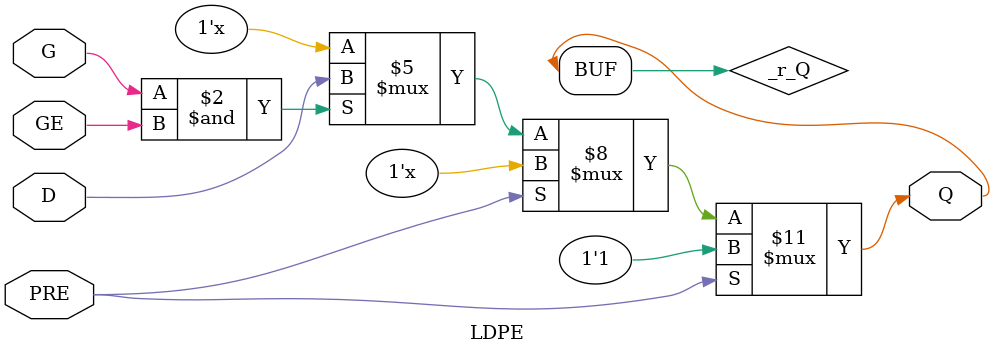
<source format=v>

`ifdef verilator3
`else
`timescale 1 ps / 1 ps
`endif

/* verilator coverage_off */
module LDPE
#(
    parameter INIT = 1'b0
)
(
    // Asynchronous preset
    input   wire PRE,
    // Latch
    input   wire G,
    // Latch enable
    input   wire GE,
    // Data in
    input   wire D,
    // Data out
    output  wire Q
);
    reg _r_Q;

    initial begin : INIT_STATE
        _r_Q = INIT[0];
    end
    
    always @(PRE or G or GE or D) begin : LATCH
    
        if (PRE) begin
            _r_Q = 1'b1;
        end
        else if (G & GE) begin
            _r_Q = D;
        end
    end
    
    assign Q = _r_Q;

endmodule
/* verilator coverage_on */

</source>
